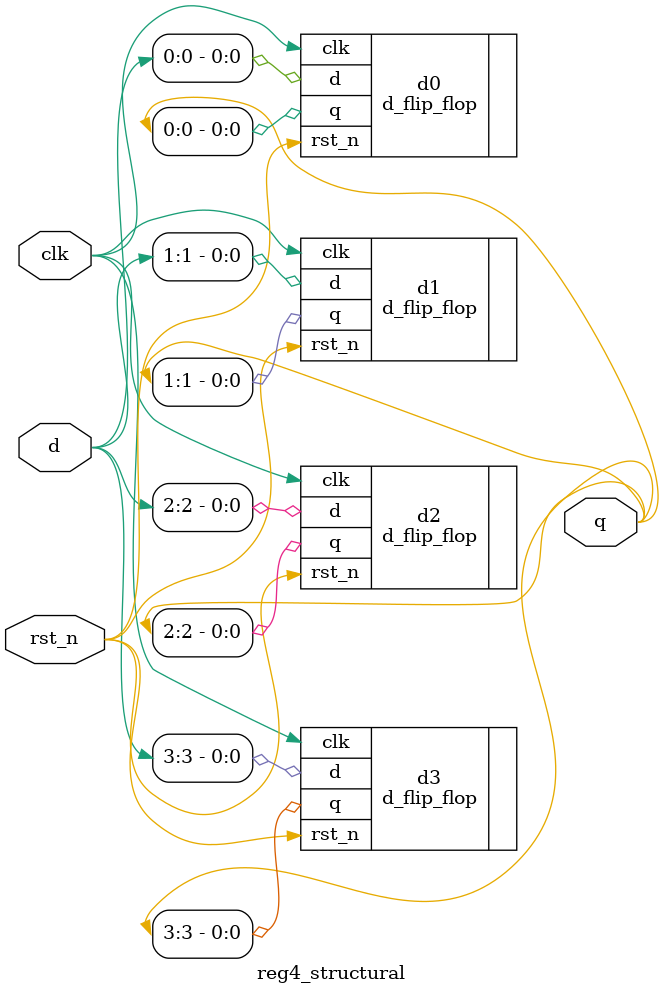
<source format=sv>
module reg4_structural (
    input  logic       clk,
    input  logic       rst_n,
    input  logic [3:0] d,
    output logic [3:0] q
);
    // Manually connecting each bit
    d_flip_flop d0 (.clk(clk), .rst_n(rst_n), .d(d[0]), .q(q[0]));
    d_flip_flop d1 (.clk(clk), .rst_n(rst_n), .d(d[1]), .q(q[1]));
    d_flip_flop d2 (.clk(clk), .rst_n(rst_n), .d(d[2]), .q(q[2]));
    d_flip_flop d3 (.clk(clk), .rst_n(rst_n), .d(d[3]), .q(q[3]));
endmodule

</source>
